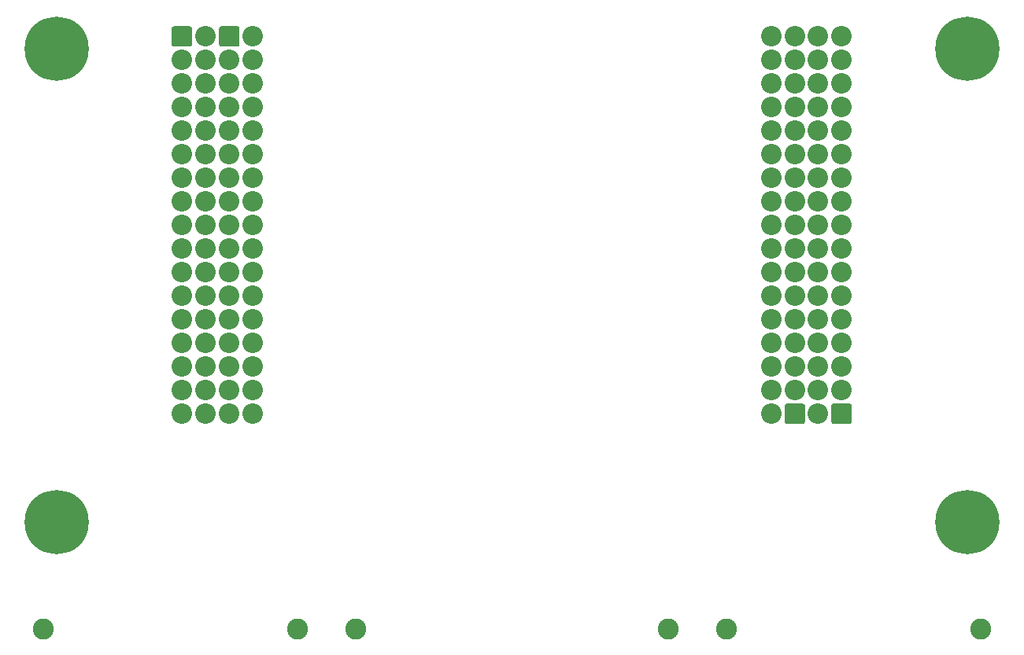
<source format=gbs>
G04 #@! TF.GenerationSoftware,KiCad,Pcbnew,5.1.9+dfsg1-1~bpo10+1*
G04 #@! TF.CreationDate,2021-11-09T03:07:47+00:00*
G04 #@! TF.ProjectId,120-channel-pogo-pin-board,3132302d-6368-4616-9e6e-656c2d706f67,v3.4*
G04 #@! TF.SameCoordinates,Original*
G04 #@! TF.FileFunction,Soldermask,Bot*
G04 #@! TF.FilePolarity,Negative*
%FSLAX46Y46*%
G04 Gerber Fmt 4.6, Leading zero omitted, Abs format (unit mm)*
G04 Created by KiCad (PCBNEW 5.1.9+dfsg1-1~bpo10+1) date 2021-11-09 03:07:47*
%MOMM*%
%LPD*%
G01*
G04 APERTURE LIST*
%ADD10O,2.208000X2.208000*%
%ADD11C,2.258000*%
%ADD12C,6.908000*%
G04 APERTURE END LIST*
G36*
G01*
X63379180Y-80537620D02*
X63379180Y-78837620D01*
G75*
G02*
X63633180Y-78583620I254000J0D01*
G01*
X65333180Y-78583620D01*
G75*
G02*
X65587180Y-78837620I0J-254000D01*
G01*
X65587180Y-80537620D01*
G75*
G02*
X65333180Y-80791620I-254000J0D01*
G01*
X63633180Y-80791620D01*
G75*
G02*
X63379180Y-80537620I0J254000D01*
G01*
G37*
D10*
X67023180Y-79687620D03*
X64483180Y-82227620D03*
X67023180Y-82227620D03*
X64483180Y-84767620D03*
X67023180Y-84767620D03*
X64483180Y-87307620D03*
X67023180Y-87307620D03*
X64483180Y-89847620D03*
X67023180Y-89847620D03*
X64483180Y-92387620D03*
X67023180Y-92387620D03*
X64483180Y-94927620D03*
X67023180Y-94927620D03*
X64483180Y-97467620D03*
X67023180Y-97467620D03*
X64483180Y-100007620D03*
X67023180Y-100007620D03*
X64483180Y-102547620D03*
X67023180Y-102547620D03*
X64483180Y-105087620D03*
X67023180Y-105087620D03*
X64483180Y-107627620D03*
X67023180Y-107627620D03*
X64483180Y-110167620D03*
X67023180Y-110167620D03*
X64483180Y-112707620D03*
X67023180Y-112707620D03*
X64483180Y-115247620D03*
X67023180Y-115247620D03*
X64483180Y-117787620D03*
X67023180Y-117787620D03*
X67023180Y-120327620D03*
X64483180Y-120327620D03*
D11*
X49619100Y-143480000D03*
X76924100Y-143480000D03*
D12*
X149000000Y-81000000D03*
X51000000Y-81000000D03*
X149000000Y-132000000D03*
X51000000Y-132000000D03*
D11*
X83172500Y-143480000D03*
X116827500Y-143480000D03*
X123075900Y-143480000D03*
X150380900Y-143480000D03*
G36*
G01*
X68484580Y-80537620D02*
X68484580Y-78837620D01*
G75*
G02*
X68738580Y-78583620I254000J0D01*
G01*
X70438580Y-78583620D01*
G75*
G02*
X70692580Y-78837620I0J-254000D01*
G01*
X70692580Y-80537620D01*
G75*
G02*
X70438580Y-80791620I-254000J0D01*
G01*
X68738580Y-80791620D01*
G75*
G02*
X68484580Y-80537620I0J254000D01*
G01*
G37*
D10*
X72128580Y-79687620D03*
X69588580Y-82227620D03*
X72128580Y-82227620D03*
X69588580Y-84767620D03*
X72128580Y-84767620D03*
X69588580Y-87307620D03*
X72128580Y-87307620D03*
X69588580Y-89847620D03*
X72128580Y-89847620D03*
X69588580Y-92387620D03*
X72128580Y-92387620D03*
X69588580Y-94927620D03*
X72128580Y-94927620D03*
X69588580Y-97467620D03*
X72128580Y-97467620D03*
X69588580Y-100007620D03*
X72128580Y-100007620D03*
X69588580Y-102547620D03*
X72128580Y-102547620D03*
X69588580Y-105087620D03*
X72128580Y-105087620D03*
X69588580Y-107627620D03*
X72128580Y-107627620D03*
X69588580Y-110167620D03*
X72128580Y-110167620D03*
X69588580Y-112707620D03*
X72128580Y-112707620D03*
X69588580Y-115247620D03*
X72128580Y-115247620D03*
X69588580Y-117787620D03*
X72128580Y-117787620D03*
X72128580Y-120327620D03*
X69588580Y-120327620D03*
G36*
G01*
X136552240Y-119464920D02*
X136552240Y-121164920D01*
G75*
G02*
X136298240Y-121418920I-254000J0D01*
G01*
X134598240Y-121418920D01*
G75*
G02*
X134344240Y-121164920I0J254000D01*
G01*
X134344240Y-119464920D01*
G75*
G02*
X134598240Y-119210920I254000J0D01*
G01*
X136298240Y-119210920D01*
G75*
G02*
X136552240Y-119464920I0J-254000D01*
G01*
G37*
X132908240Y-120314920D03*
X135448240Y-117774920D03*
X132908240Y-117774920D03*
X135448240Y-115234920D03*
X132908240Y-115234920D03*
X135448240Y-112694920D03*
X132908240Y-112694920D03*
X135448240Y-110154920D03*
X132908240Y-110154920D03*
X135448240Y-107614920D03*
X132908240Y-107614920D03*
X135448240Y-105074920D03*
X132908240Y-105074920D03*
X135448240Y-102534920D03*
X132908240Y-102534920D03*
X135448240Y-99994920D03*
X132908240Y-99994920D03*
X135448240Y-97454920D03*
X132908240Y-97454920D03*
X135448240Y-94914920D03*
X132908240Y-94914920D03*
X135448240Y-92374920D03*
X132908240Y-92374920D03*
X135448240Y-89834920D03*
X132908240Y-89834920D03*
X135448240Y-87294920D03*
X132908240Y-87294920D03*
X135448240Y-84754920D03*
X132908240Y-84754920D03*
X135448240Y-82214920D03*
X132908240Y-82214920D03*
X132908240Y-79674920D03*
X135448240Y-79674920D03*
G36*
G01*
X131533200Y-119475080D02*
X131533200Y-121175080D01*
G75*
G02*
X131279200Y-121429080I-254000J0D01*
G01*
X129579200Y-121429080D01*
G75*
G02*
X129325200Y-121175080I0J254000D01*
G01*
X129325200Y-119475080D01*
G75*
G02*
X129579200Y-119221080I254000J0D01*
G01*
X131279200Y-119221080D01*
G75*
G02*
X131533200Y-119475080I0J-254000D01*
G01*
G37*
X127889200Y-120325080D03*
X130429200Y-117785080D03*
X127889200Y-117785080D03*
X130429200Y-115245080D03*
X127889200Y-115245080D03*
X130429200Y-112705080D03*
X127889200Y-112705080D03*
X130429200Y-110165080D03*
X127889200Y-110165080D03*
X130429200Y-107625080D03*
X127889200Y-107625080D03*
X130429200Y-105085080D03*
X127889200Y-105085080D03*
X130429200Y-102545080D03*
X127889200Y-102545080D03*
X130429200Y-100005080D03*
X127889200Y-100005080D03*
X130429200Y-97465080D03*
X127889200Y-97465080D03*
X130429200Y-94925080D03*
X127889200Y-94925080D03*
X130429200Y-92385080D03*
X127889200Y-92385080D03*
X130429200Y-89845080D03*
X127889200Y-89845080D03*
X130429200Y-87305080D03*
X127889200Y-87305080D03*
X130429200Y-84765080D03*
X127889200Y-84765080D03*
X130429200Y-82225080D03*
X127889200Y-82225080D03*
X127889200Y-79685080D03*
X130429200Y-79685080D03*
M02*

</source>
